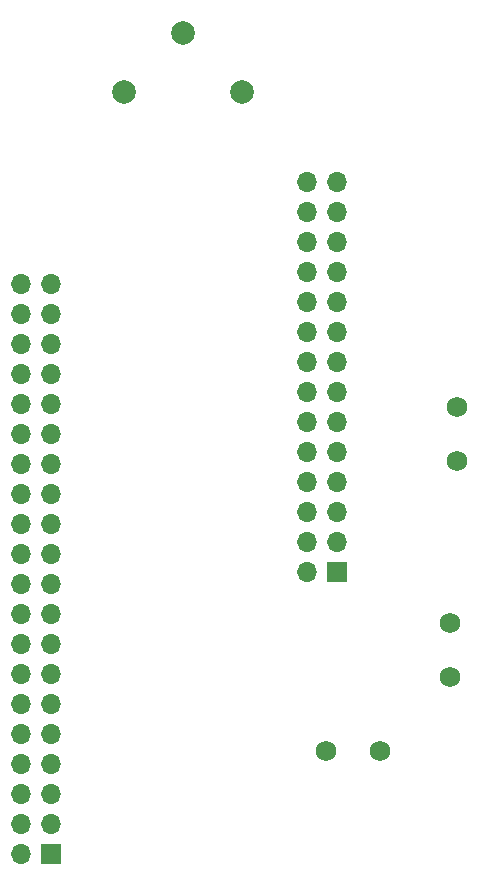
<source format=gbs>
G04 #@! TF.GenerationSoftware,KiCad,Pcbnew,(6.0.11)*
G04 #@! TF.CreationDate,2025-01-10T09:31:50+11:00*
G04 #@! TF.ProjectId,bbb,6262622e-6b69-4636-9164-5f7063625858,rev?*
G04 #@! TF.SameCoordinates,Original*
G04 #@! TF.FileFunction,Soldermask,Bot*
G04 #@! TF.FilePolarity,Negative*
%FSLAX46Y46*%
G04 Gerber Fmt 4.6, Leading zero omitted, Abs format (unit mm)*
G04 Created by KiCad (PCBNEW (6.0.11)) date 2025-01-10 09:31:50*
%MOMM*%
%LPD*%
G01*
G04 APERTURE LIST*
%ADD10C,1.727200*%
%ADD11C,2.006600*%
%ADD12O,1.700000X1.700000*%
%ADD13R,1.700000X1.700000*%
G04 APERTURE END LIST*
D10*
X140741400Y-126250700D03*
X145313400Y-126250700D03*
X151841200Y-101714300D03*
X151841200Y-97142300D03*
X151231600Y-120002300D03*
X151231600Y-115430300D03*
D11*
X128629400Y-65415800D03*
X133629400Y-70415800D03*
X123629400Y-70415800D03*
D12*
X114947700Y-86690200D03*
X117487700Y-86690200D03*
X114947700Y-89230200D03*
X117487700Y-89230200D03*
X114947700Y-91770200D03*
X117487700Y-91770200D03*
X114947700Y-94310200D03*
X117487700Y-94310200D03*
X114947700Y-96850200D03*
X117487700Y-96850200D03*
X114947700Y-99390200D03*
X117487700Y-99390200D03*
X114947700Y-101930200D03*
X117487700Y-101930200D03*
X114947700Y-104470200D03*
X117487700Y-104470200D03*
X114947700Y-107010200D03*
X117487700Y-107010200D03*
X114947700Y-109550200D03*
X117487700Y-109550200D03*
X114947700Y-112090200D03*
X117487700Y-112090200D03*
X114947700Y-114630200D03*
X117487700Y-114630200D03*
X114947700Y-117170200D03*
X117487700Y-117170200D03*
X114947700Y-119710200D03*
X117487700Y-119710200D03*
X114947700Y-122250200D03*
X117487700Y-122250200D03*
X114947700Y-124790200D03*
X117487700Y-124790200D03*
X114947700Y-127330200D03*
X117487700Y-127330200D03*
X114947700Y-129870200D03*
X117487700Y-129870200D03*
X114947700Y-132410200D03*
X117487700Y-132410200D03*
X114947700Y-134950200D03*
D13*
X117487700Y-134950200D03*
X141630400Y-111048800D03*
D12*
X139090400Y-111048800D03*
X141630400Y-108508800D03*
X139090400Y-108508800D03*
X141630400Y-105968800D03*
X139090400Y-105968800D03*
X141630400Y-103428800D03*
X139090400Y-103428800D03*
X141630400Y-100888800D03*
X139090400Y-100888800D03*
X141630400Y-98348800D03*
X139090400Y-98348800D03*
X141630400Y-95808800D03*
X139090400Y-95808800D03*
X141630400Y-93268800D03*
X139090400Y-93268800D03*
X141630400Y-90728800D03*
X139090400Y-90728800D03*
X141630400Y-88188800D03*
X139090400Y-88188800D03*
X141630400Y-85648800D03*
X139090400Y-85648800D03*
X141630400Y-83108800D03*
X139090400Y-83108800D03*
X141630400Y-80568800D03*
X139090400Y-80568800D03*
X141630400Y-78028800D03*
X139090400Y-78028800D03*
M02*

</source>
